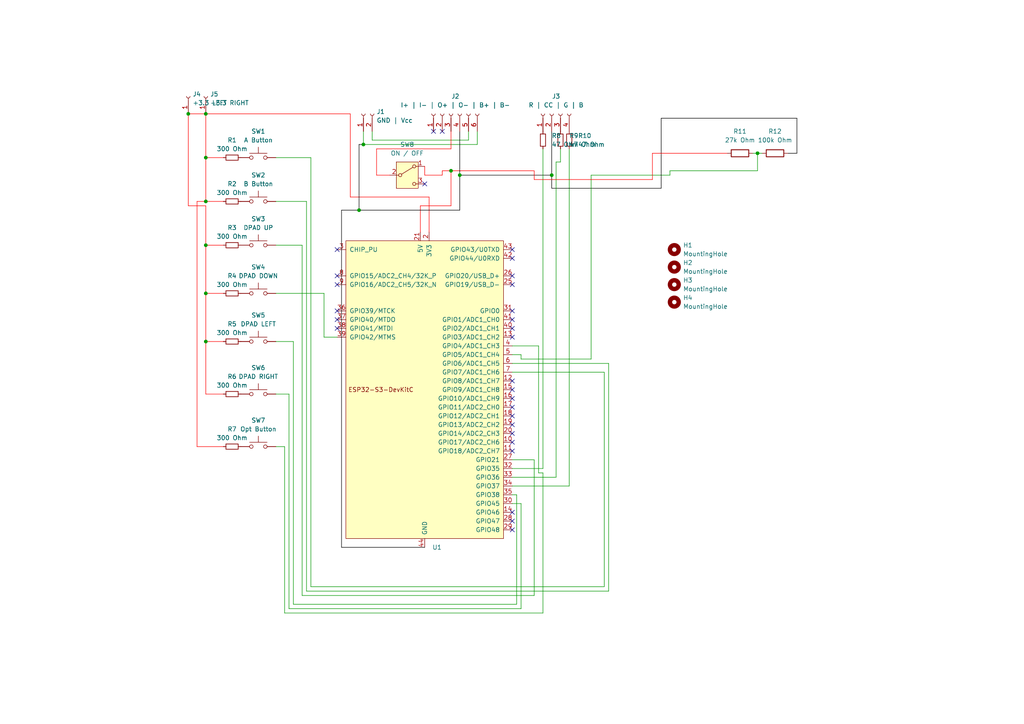
<source format=kicad_sch>
(kicad_sch (version 20230121) (generator eeschema)
  (paper "A4")
  (lib_symbols
    (symbol "Connector:Conn_01x01_Socket" (pin_names (offset 1.016) hide)
      (property "Reference" "J" (at 0 2.54 0))
      (property "Value" "Conn_01x01_Socket" (at 0 -2.54 0))
      (symbol "Conn_01x01_Socket_1_1"
        (polyline (pts (xy -1.27 0) (xy -0.508 0)) (stroke (width 0.1524)))
        (arc (start 0 0.508) (mid -0.5058 0) (end 0 -0.508) (stroke (width 0.1524)))
        (pin passive line (at -5.08 0 0) (length 3.81) (name "Pin_1") (number "1"))
      )
    )
    (symbol "Connector:Conn_01x02_Socket" (pin_names (offset 1.016) hide)
      (property "Reference" "J" (at 0 2.54 0))
      (property "Value" "Conn_01x02_Socket" (at 0 -5.08 0))
      (symbol "Conn_01x02_Socket_1_1"
        (arc (start 0 -2.032) (mid -0.5058 -2.54) (end 0 -3.048) (stroke (width 0.1524)))
        (polyline (pts (xy -1.27 -2.54) (xy -0.508 -2.54)) (stroke (width 0.1524)))
        (polyline (pts (xy -1.27 0) (xy -0.508 0)) (stroke (width 0.1524)))
        (arc (start 0 0.508) (mid -0.5058 0) (end 0 -0.508) (stroke (width 0.1524)))
        (pin passive line (at -5.08 0 0) (length 3.81) (name "Pin_1") (number "1"))
        (pin passive line (at -5.08 -2.54 0) (length 3.81) (name "Pin_2") (number "2"))
      )
    )
    (symbol "Connector:Conn_01x04_Socket" (pin_names (offset 1.016) hide)
      (property "Reference" "J" (at 0 5.08 0))
      (property "Value" "Conn_01x04_Socket" (at 0 -7.62 0))
      (symbol "Conn_01x04_Socket_1_1"
        (arc (start 0 -4.572) (mid -0.5058 -5.08) (end 0 -5.588) (stroke (width 0.1524)))
        (arc (start 0 -2.032) (mid -0.5058 -2.54) (end 0 -3.048) (stroke (width 0.1524)))
        (polyline (pts (xy -1.27 -5.08) (xy -0.508 -5.08)) (stroke (width 0.1524)))
        (polyline (pts (xy -1.27 -2.54) (xy -0.508 -2.54)) (stroke (width 0.1524)))
        (polyline (pts (xy -1.27 0) (xy -0.508 0)) (stroke (width 0.1524)))
        (polyline (pts (xy -1.27 2.54) (xy -0.508 2.54)) (stroke (width 0.1524)))
        (arc (start 0 0.508) (mid -0.5058 0) (end 0 -0.508) (stroke (width 0.1524)))
        (arc (start 0 3.048) (mid -0.5058 2.54) (end 0 2.032) (stroke (width 0.1524)))
        (pin passive line (at -5.08 2.54 0) (length 3.81) (name "Pin_1") (number "1"))
        (pin passive line (at -5.08 0 0) (length 3.81) (name "Pin_2") (number "2"))
        (pin passive line (at -5.08 -2.54 0) (length 3.81) (name "Pin_3") (number "3"))
        (pin passive line (at -5.08 -5.08 0) (length 3.81) (name "Pin_4") (number "4"))
      )
    )
    (symbol "Connector:Conn_01x06_Socket" (pin_names (offset 1.016) hide)
      (property "Reference" "J" (at 0 7.62 0))
      (property "Value" "Conn_01x06_Socket" (at 0 -10.16 0))
      (symbol "Conn_01x06_Socket_1_1"
        (arc (start 0 -7.112) (mid -0.5058 -7.62) (end 0 -8.128) (stroke (width 0.1524)))
        (arc (start 0 -4.572) (mid -0.5058 -5.08) (end 0 -5.588) (stroke (width 0.1524)))
        (arc (start 0 -2.032) (mid -0.5058 -2.54) (end 0 -3.048) (stroke (width 0.1524)))
        (polyline (pts (xy -1.27 -7.62) (xy -0.508 -7.62)) (stroke (width 0.1524)))
        (polyline (pts (xy -1.27 -5.08) (xy -0.508 -5.08)) (stroke (width 0.1524)))
        (polyline (pts (xy -1.27 -2.54) (xy -0.508 -2.54)) (stroke (width 0.1524)))
        (polyline (pts (xy -1.27 0) (xy -0.508 0)) (stroke (width 0.1524)))
        (polyline (pts (xy -1.27 2.54) (xy -0.508 2.54)) (stroke (width 0.1524)))
        (polyline (pts (xy -1.27 5.08) (xy -0.508 5.08)) (stroke (width 0.1524)))
        (arc (start 0 0.508) (mid -0.5058 0) (end 0 -0.508) (stroke (width 0.1524)))
        (arc (start 0 3.048) (mid -0.5058 2.54) (end 0 2.032) (stroke (width 0.1524)))
        (arc (start 0 5.588) (mid -0.5058 5.08) (end 0 4.572) (stroke (width 0.1524)))
        (pin passive line (at -5.08 5.08 0) (length 3.81) (name "Pin_1") (number "1"))
        (pin passive line (at -5.08 2.54 0) (length 3.81) (name "Pin_2") (number "2"))
        (pin passive line (at -5.08 0 0) (length 3.81) (name "Pin_3") (number "3"))
        (pin passive line (at -5.08 -2.54 0) (length 3.81) (name "Pin_4") (number "4"))
        (pin passive line (at -5.08 -5.08 0) (length 3.81) (name "Pin_5") (number "5"))
        (pin passive line (at -5.08 -7.62 0) (length 3.81) (name "Pin_6") (number "6"))
      )
    )
    (symbol "Device:R" (pin_numbers hide) (pin_names (offset 0))
      (property "Reference" "R" (at 2.032 0 90))
      (property "Value" "R" (at 0 0 90))
      (symbol "R_0_1"
        (rectangle (start -1.016 -2.54) (end 1.016 2.54) (stroke (width 0.254)))
      )
      (symbol "R_1_1"
        (pin passive line (at 0 3.81 270) (length 1.27) (name "~") (number "1"))
        (pin passive line (at 0 -3.81 90) (length 1.27) (name "~") (number "2"))
      )
    )
    (symbol "Device:R_Small" (pin_numbers hide) (pin_names (offset 0.254) hide)
      (property "Reference" "R" (at 0.762 0.508 0))
      (property "Value" "R_Small" (at 0.762 -1.016 0))
      (symbol "R_Small_0_1"
        (rectangle (start -0.762 1.778) (end 0.762 -1.778) (stroke (width 0.2032)))
      )
      (symbol "R_Small_1_1"
        (pin passive line (at 0 2.54 270) (length 0.762) (name "~") (number "1"))
        (pin passive line (at 0 -2.54 90) (length 0.762) (name "~") (number "2"))
      )
    )
    (symbol "Mechanical:MountingHole" (pin_names (offset 1.016))
      (property "Reference" "H" (at 0 5.08 0))
      (property "Value" "MountingHole" (at 0 3.175 0))
      (symbol "MountingHole_0_1"
        (circle (center 0 0) (radius 1.27) (stroke (width 1.27)))
      )
    )
    (symbol "PCM_Espressif:ESP32-S3-DevKitC" (pin_names (offset 1.016))
      (property "Reference" "U" (at -22.86 48.26 0))
      (property "Value" "ESP32-S3-DevKitC" (at -22.86 45.72 0))
      (symbol "ESP32-S3-DevKitC_0_0"
        (text "ESP32-S3-DevKitC" (at -12.7 0 0) (effects (font (size 1.27 1.27))))
        (pin bidirectional line (at 25.4 -35.56 180) (length 2.54) (name "GPIO46") (number "14"))
        (pin bidirectional line (at 25.4 -10.16 180) (length 2.54) (name "GPIO13/ADC2_CH2") (number "19"))
        (pin bidirectional line (at -25.4 15.24 0) (length 2.54) (name "GPIO42/MTMS") (number "39"))
        (pin bidirectional line (at 25.4 17.78 180) (length 2.54) (name "GPIO2/ADC1_CH1") (number "40"))
        (pin bidirectional line (at 25.4 20.32 180) (length 2.54) (name "GPIO1/ADC1_CH0") (number "41"))
        (pin bidirectional line (at 25.4 38.1 180) (length 2.54) (name "GPIO44/U0RXD") (number "42"))
        (pin bidirectional line (at 25.4 40.64 180) (length 2.54) (name "GPIO43/U0TXD") (number "43"))
        (pin power_in line (at 0 -45.72 90) (length 2.54) (name "GND") (number "44"))
      )
      (symbol "ESP32-S3-DevKitC_0_1"
        (rectangle (start -22.86 43.18) (end 22.86 -43.18) (fill (type background)))
        (pin power_in line (at 1.27 45.72 270) (length 2.54) (name "3V3") (number "2"))
      )
      (symbol "ESP32-S3-DevKitC_1_1"
        (pin passive line (at 1.27 45.72 270) (length 2.54) hide (name "3V3") (number "1"))
        (pin bidirectional line (at 25.4 -15.24 180) (length 2.54) (name "GPIO17/ADC2_CH6") (number "10"))
        (pin bidirectional line (at 25.4 -17.78 180) (length 2.54) (name "GPIO18/ADC2_CH7") (number "11"))
        (pin bidirectional line (at 25.4 2.54 180) (length 2.54) (name "GPIO8/ADC1_CH7") (number "12"))
        (pin bidirectional line (at 25.4 15.24 180) (length 2.54) (name "GPIO3/ADC1_CH2") (number "13"))
        (pin bidirectional line (at 25.4 0 180) (length 2.54) (name "GPIO9/ADC1_CH8") (number "15"))
        (pin bidirectional line (at 25.4 -2.54 180) (length 2.54) (name "GPIO10/ADC1_CH9") (number "16"))
        (pin bidirectional line (at 25.4 -5.08 180) (length 2.54) (name "GPIO11/ADC2_CH0") (number "17"))
        (pin bidirectional line (at 25.4 -7.62 180) (length 2.54) (name "GPIO12/ADC2_CH1") (number "18"))
        (pin bidirectional line (at 25.4 -12.7 180) (length 2.54) (name "GPIO14/ADC2_CH3") (number "20"))
        (pin power_in line (at -1.27 45.72 270) (length 2.54) (name "5V") (number "21"))
        (pin passive line (at 0 -45.72 90) (length 2.54) hide (name "GND") (number "22"))
        (pin passive line (at 0 -45.72 90) (length 2.54) hide (name "GND") (number "23"))
        (pin passive line (at 0 -45.72 90) (length 2.54) hide (name "GND") (number "24"))
        (pin bidirectional line (at 25.4 30.48 180) (length 2.54) (name "GPIO19/USB_D-") (number "25"))
        (pin bidirectional line (at 25.4 33.02 180) (length 2.54) (name "GPIO20/USB_D+") (number "26"))
        (pin bidirectional line (at 25.4 -20.32 180) (length 2.54) (name "GPIO21") (number "27"))
        (pin bidirectional line (at 25.4 -38.1 180) (length 2.54) (name "GPIO47") (number "28"))
        (pin bidirectional line (at 25.4 -40.64 180) (length 2.54) (name "GPIO48") (number "29"))
        (pin input line (at -25.4 40.64 0) (length 2.54) (name "CHIP_PU") (number "3"))
        (pin bidirectional line (at 25.4 -33.02 180) (length 2.54) (name "GPIO45") (number "30"))
        (pin bidirectional line (at 25.4 22.86 180) (length 2.54) (name "GPIO0") (number "31"))
        (pin bidirectional line (at 25.4 -22.86 180) (length 2.54) (name "GPIO35") (number "32"))
        (pin bidirectional line (at 25.4 -25.4 180) (length 2.54) (name "GPIO36") (number "33"))
        (pin bidirectional line (at 25.4 -27.94 180) (length 2.54) (name "GPIO37") (number "34"))
        (pin bidirectional line (at 25.4 -30.48 180) (length 2.54) (name "GPIO38") (number "35"))
        (pin bidirectional line (at -25.4 22.86 0) (length 2.54) (name "GPIO39/MTCK") (number "36"))
        (pin bidirectional line (at -25.4 20.32 0) (length 2.54) (name "GPIO40/MTDO") (number "37"))
        (pin bidirectional line (at -25.4 17.78 0) (length 2.54) (name "GPIO41/MTDI") (number "38"))
        (pin bidirectional line (at 25.4 12.7 180) (length 2.54) (name "GPIO4/ADC1_CH3") (number "4"))
        (pin bidirectional line (at 25.4 10.16 180) (length 2.54) (name "GPIO5/ADC1_CH4") (number "5"))
        (pin bidirectional line (at 25.4 7.62 180) (length 2.54) (name "GPIO6/ADC1_CH5") (number "6"))
        (pin bidirectional line (at 25.4 5.08 180) (length 2.54) (name "GPIO7/ADC1_CH6") (number "7"))
        (pin bidirectional line (at -25.4 33.02 0) (length 2.54) (name "GPIO15/ADC2_CH4/32K_P") (number "8"))
        (pin bidirectional line (at -25.4 30.48 0) (length 2.54) (name "GPIO16/ADC2_CH5/32K_N") (number "9"))
      )
    )
    (symbol "Switch:SW_Push" (pin_numbers hide) (pin_names (offset 1.016) hide)
      (property "Reference" "SW" (at 1.27 2.54 0))
      (property "Value" "SW_Push" (at 0 -1.524 0))
      (symbol "SW_Push_0_1"
        (circle (center -2.032 0) (radius 0.508))
        (polyline (pts (xy 0 1.27) (xy 0 3.048)))
        (polyline (pts (xy 2.54 1.27) (xy -2.54 1.27)))
        (circle (center 2.032 0) (radius 0.508))
        (pin passive line (at -5.08 0 0) (length 2.54) (name "1") (number "1"))
        (pin passive line (at 5.08 0 180) (length 2.54) (name "2") (number "2"))
      )
    )
    (symbol "Switch:SW_SPDT" (pin_names (offset 0) hide)
      (property "Reference" "SW" (at 0 5.08 0))
      (property "Value" "SW_SPDT" (at 0 -5.08 0))
      (symbol "SW_SPDT_0_1"
        (circle (center -2.032 0) (radius 0.4572))
        (polyline (pts (xy -1.651 0.254) (xy 1.651 2.286)))
        (circle (center 2.032 -2.54) (radius 0.4572))
        (circle (center 2.032 2.54) (radius 0.4572))
      )
      (symbol "SW_SPDT_1_1"
        (rectangle (start -3.175 3.81) (end 3.175 -3.81) (fill (type background)))
        (pin passive line (at 5.08 2.54 180) (length 2.54) (name "A") (number "1"))
        (pin passive line (at -5.08 0 0) (length 2.54) (name "B") (number "2"))
        (pin passive line (at 5.08 -2.54 180) (length 2.54) (name "C") (number "3"))
      )
    )
  )
  (junction (at 130.81 49.53))
  (junction (at 59.69 85.09))
  (junction (at 59.69 71.12))
  (junction (at 59.69 58.42))
  (junction (at 104.14 60.96))
  (junction (at 59.69 45.72))
  (junction (at 54.61 33.02))
  (junction (at 59.69 99.06))
  (junction (at 160.02 50.8))
  (junction (at 133.35 50.8))
  (junction (at 105.41 41.91))
  (junction (at 59.69 33.02))
  (junction (at 219.71 44.45))
  (no_connect (at 148.59 153.67))
  (no_connect (at 148.59 113.03))
  (no_connect (at 125.73 38.1))
  (no_connect (at 97.79 90.17))
  (no_connect (at 148.59 123.19))
  (no_connect (at 148.59 74.93))
  (no_connect (at 148.59 110.49))
  (no_connect (at 148.59 118.11))
  (no_connect (at 148.59 130.81))
  (no_connect (at 97.79 95.25))
  (no_connect (at 148.59 97.79))
  (no_connect (at 148.59 90.17))
  (no_connect (at 97.79 82.55))
  (no_connect (at 148.59 151.13))
  (no_connect (at 148.59 128.27))
  (no_connect (at 148.59 125.73))
  (no_connect (at 148.59 95.25))
  (no_connect (at 148.59 148.59))
  (no_connect (at 97.79 92.71))
  (no_connect (at 148.59 92.71))
  (no_connect (at 148.59 115.57))
  (no_connect (at 123.19 53.34))
  (no_connect (at 97.79 72.39))
  (no_connect (at 97.79 80.01))
  (no_connect (at 128.27 38.1))
  (no_connect (at 148.59 82.55))
  (no_connect (at 148.59 72.39))
  (no_connect (at 148.59 120.65))
  (no_connect (at 148.59 80.01))
  (wire (pts (xy 82.55 129.54) (xy 80.01 129.54)))
  (wire (pts (xy 194.31 50.8) (xy 194.31 49.53)))
  (wire (pts (xy 148.59 138.43) (xy 161.29 138.43)))
  (wire (pts (xy 191.77 34.29) (xy 231.14 34.29)) (stroke (width 0) (color 0 0 0 1)))
  (wire (pts (xy 161.29 46.99) (xy 161.29 138.43)))
  (wire (pts (xy 59.69 114.3) (xy 64.77 114.3)) (stroke (width 0) (color 255 0 0 1)))
  (wire (pts (xy 148.59 107.95) (xy 175.26 107.95)))
  (wire (pts (xy 87.63 71.12) (xy 87.63 172.72)))
  (wire (pts (xy 219.71 49.53) (xy 219.71 44.45)))
  (wire (pts (xy 219.71 44.45) (xy 218.44 44.45)))
  (wire (pts (xy 59.69 45.72) (xy 64.77 45.72)) (stroke (width 0) (color 255 0 0 1)))
  (wire (pts (xy 154.94 172.72) (xy 87.63 172.72)))
  (wire (pts (xy 123.19 158.75) (xy 99.06 158.75)) (stroke (width 0) (color 0 0 0 1)))
  (wire (pts (xy 107.95 40.64) (xy 135.89 40.64)))
  (wire (pts (xy 128.27 49.53) (xy 128.27 50.8)) (stroke (width 0) (color 255 0 0 1)))
  (wire (pts (xy 59.69 71.12) (xy 59.69 85.09)) (stroke (width 0) (color 255 0 0 1)))
  (wire (pts (xy 151.13 104.14) (xy 171.45 104.14)))
  (wire (pts (xy 191.77 54.61) (xy 191.77 34.29)) (stroke (width 0) (color 0 0 0 1)))
  (wire (pts (xy 138.43 41.91) (xy 138.43 38.1)))
  (wire (pts (xy 85.09 99.06) (xy 85.09 175.26)))
  (wire (pts (xy 175.26 170.18) (xy 90.17 170.18)))
  (wire (pts (xy 59.69 58.42) (xy 64.77 58.42)) (stroke (width 0) (color 255 0 0 1)))
  (wire (pts (xy 59.69 71.12) (xy 64.77 71.12)) (stroke (width 0) (color 255 0 0 1)))
  (wire (pts (xy 148.59 133.35) (xy 154.94 133.35)))
  (wire (pts (xy 104.14 60.96) (xy 104.14 41.91)) (stroke (width 0) (color 0 0 0 1)))
  (wire (pts (xy 83.82 114.3) (xy 80.01 114.3)))
  (wire (pts (xy 121.92 59.69) (xy 121.92 67.31)) (stroke (width 0) (color 255 0 0 1)))
  (wire (pts (xy 176.53 105.41) (xy 176.53 171.45)))
  (wire (pts (xy 105.41 38.1) (xy 105.41 41.91)))
  (wire (pts (xy 107.95 38.1) (xy 107.95 40.64)))
  (wire (pts (xy 165.1 43.18) (xy 165.1 140.97)))
  (wire (pts (xy 130.81 49.53) (xy 130.81 59.69)) (stroke (width 0) (color 255 0 0 1)))
  (wire (pts (xy 87.63 71.12) (xy 80.01 71.12)))
  (wire (pts (xy 133.35 50.8) (xy 133.35 38.1)) (stroke (width 0) (color 0 0 0 1)))
  (wire (pts (xy 148.59 140.97) (xy 165.1 140.97)))
  (wire (pts (xy 109.22 50.8) (xy 109.22 43.18)) (stroke (width 0) (color 255 0 0 1)))
  (wire (pts (xy 59.69 33.02) (xy 101.6 33.02)) (stroke (width 0) (color 255 0 0 1)))
  (wire (pts (xy 171.45 50.8) (xy 171.45 104.14)))
  (wire (pts (xy 157.48 135.89) (xy 157.48 43.18)))
  (wire (pts (xy 59.69 45.72) (xy 59.69 58.42)) (stroke (width 0) (color 255 0 0 1)))
  (wire (pts (xy 156.21 100.33) (xy 148.59 100.33)))
  (wire (pts (xy 135.89 38.1) (xy 135.89 40.64)))
  (wire (pts (xy 189.23 52.07) (xy 189.23 44.45)) (stroke (width 0) (color 255 0 0 1)))
  (wire (pts (xy 113.03 50.8) (xy 109.22 50.8)) (stroke (width 0) (color 255 0 0 1)))
  (wire (pts (xy 99.06 158.75) (xy 99.06 60.96)) (stroke (width 0) (color 0 0 0 1)))
  (wire (pts (xy 54.61 33.02) (xy 59.69 33.02)) (stroke (width 0) (color 255 0 0 1)))
  (wire (pts (xy 149.86 143.51) (xy 148.59 143.51)))
  (wire (pts (xy 160.02 38.1) (xy 160.02 50.8)) (stroke (width 0) (color 0 0 0 1)))
  (wire (pts (xy 157.48 137.16) (xy 156.21 137.16)))
  (wire (pts (xy 80.01 85.09) (xy 93.98 85.09)))
  (wire (pts (xy 83.82 176.53) (xy 151.13 176.53)))
  (wire (pts (xy 130.81 59.69) (xy 121.92 59.69)) (stroke (width 0) (color 255 0 0 1)))
  (wire (pts (xy 59.69 71.12) (xy 59.69 59.69)) (stroke (width 0) (color 255 0 0 1)))
  (wire (pts (xy 59.69 99.06) (xy 59.69 114.3)) (stroke (width 0) (color 255 0 0 1)))
  (wire (pts (xy 151.13 102.87) (xy 151.13 104.14)))
  (wire (pts (xy 85.09 99.06) (xy 80.01 99.06)))
  (wire (pts (xy 54.61 59.69) (xy 54.61 33.02)) (stroke (width 0) (color 255 0 0 1)))
  (wire (pts (xy 151.13 176.53) (xy 151.13 146.05)))
  (wire (pts (xy 189.23 44.45) (xy 210.82 44.45)) (stroke (width 0) (color 255 0 0 1)))
  (wire (pts (xy 160.02 50.8) (xy 160.02 54.61)) (stroke (width 0) (color 0 0 0 1)))
  (wire (pts (xy 59.69 33.02) (xy 59.69 45.72)) (stroke (width 0) (color 255 0 0 1)))
  (wire (pts (xy 57.15 129.54) (xy 57.15 58.42)) (stroke (width 0) (color 255 0 0 1)))
  (wire (pts (xy 101.6 57.15) (xy 124.46 57.15)) (stroke (width 0) (color 255 0 0 1)))
  (wire (pts (xy 175.26 107.95) (xy 175.26 170.18)))
  (wire (pts (xy 160.02 54.61) (xy 191.77 54.61)) (stroke (width 0) (color 0 0 0 1)))
  (wire (pts (xy 88.9 58.42) (xy 88.9 171.45)))
  (wire (pts (xy 83.82 114.3) (xy 83.82 176.53)))
  (wire (pts (xy 105.41 41.91) (xy 138.43 41.91)))
  (wire (pts (xy 109.22 43.18) (xy 130.81 43.18)) (stroke (width 0) (color 255 0 0 1)))
  (wire (pts (xy 104.14 41.91) (xy 105.41 41.91)) (stroke (width 0) (color 0 0 0 1)))
  (wire (pts (xy 171.45 50.8) (xy 194.31 50.8)))
  (wire (pts (xy 93.98 97.79) (xy 97.79 97.79)))
  (wire (pts (xy 130.81 49.53) (xy 128.27 49.53)) (stroke (width 0) (color 255 0 0 1)))
  (wire (pts (xy 148.59 102.87) (xy 151.13 102.87)))
  (wire (pts (xy 57.15 129.54) (xy 64.77 129.54)) (stroke (width 0) (color 255 0 0 1)))
  (wire (pts (xy 99.06 60.96) (xy 104.14 60.96)) (stroke (width 0) (color 0 0 0 1)))
  (wire (pts (xy 130.81 49.53) (xy 154.94 49.53)) (stroke (width 0) (color 255 0 0 1)))
  (wire (pts (xy 194.31 49.53) (xy 219.71 49.53)))
  (wire (pts (xy 133.35 60.96) (xy 133.35 50.8)) (stroke (width 0) (color 0 0 0 1)))
  (wire (pts (xy 104.14 60.96) (xy 133.35 60.96)) (stroke (width 0) (color 0 0 0 1)))
  (wire (pts (xy 101.6 33.02) (xy 101.6 57.15)) (stroke (width 0) (color 255 0 0 1)))
  (wire (pts (xy 154.94 133.35) (xy 154.94 172.72)))
  (wire (pts (xy 90.17 45.72) (xy 90.17 170.18)))
  (wire (pts (xy 148.59 135.89) (xy 157.48 135.89)))
  (wire (pts (xy 59.69 59.69) (xy 54.61 59.69)) (stroke (width 0) (color 255 0 0 1)))
  (wire (pts (xy 93.98 85.09) (xy 93.98 97.79)))
  (wire (pts (xy 231.14 34.29) (xy 231.14 44.45)) (stroke (width 0) (color 0 0 0 1)))
  (wire (pts (xy 57.15 58.42) (xy 59.69 58.42)) (stroke (width 0) (color 255 0 0 1)))
  (wire (pts (xy 148.59 105.41) (xy 176.53 105.41)))
  (wire (pts (xy 90.17 45.72) (xy 80.01 45.72)))
  (wire (pts (xy 220.98 44.45) (xy 219.71 44.45)))
  (wire (pts (xy 123.19 48.26) (xy 123.19 50.8)) (stroke (width 0) (color 255 0 0 1)))
  (wire (pts (xy 88.9 171.45) (xy 176.53 171.45)))
  (wire (pts (xy 231.14 44.45) (xy 228.6 44.45)) (stroke (width 0) (color 0 0 0 1)))
  (wire (pts (xy 154.94 52.07) (xy 189.23 52.07)) (stroke (width 0) (color 255 0 0 1)))
  (wire (pts (xy 59.69 85.09) (xy 59.69 99.06)) (stroke (width 0) (color 255 0 0 1)))
  (wire (pts (xy 124.46 57.15) (xy 124.46 67.31)) (stroke (width 0) (color 255 0 0 1)))
  (wire (pts (xy 130.81 43.18) (xy 130.81 38.1)) (stroke (width 0) (color 255 0 0 1)))
  (wire (pts (xy 162.56 46.99) (xy 162.56 43.18)))
  (wire (pts (xy 154.94 49.53) (xy 154.94 52.07)) (stroke (width 0) (color 255 0 0 1)))
  (wire (pts (xy 149.86 175.26) (xy 149.86 143.51)))
  (wire (pts (xy 133.35 50.8) (xy 160.02 50.8)) (stroke (width 0) (color 0 0 0 1)))
  (wire (pts (xy 157.48 177.8) (xy 157.48 137.16)))
  (wire (pts (xy 59.69 99.06) (xy 64.77 99.06)) (stroke (width 0) (color 255 0 0 1)))
  (wire (pts (xy 161.29 46.99) (xy 162.56 46.99)))
  (wire (pts (xy 156.21 137.16) (xy 156.21 100.33)))
  (wire (pts (xy 151.13 146.05) (xy 148.59 146.05)))
  (wire (pts (xy 88.9 58.42) (xy 80.01 58.42)))
  (wire (pts (xy 128.27 50.8) (xy 123.19 50.8)) (stroke (width 0) (color 255 0 0 1)))
  (wire (pts (xy 157.48 177.8) (xy 82.55 177.8)))
  (wire (pts (xy 85.09 175.26) (xy 149.86 175.26)))
  (wire (pts (xy 82.55 129.54) (xy 82.55 177.8)))
  (wire (pts (xy 59.69 85.09) (xy 64.77 85.09)) (stroke (width 0) (color 255 0 0 1)))
  (symbol (lib_id "Device:R_Small") (at 67.31 99.06 90) (unit 1)
    (property "Reference" "R5" (at 67.31 93.98 90))
    (property "Value" "300 Ohm" (at 67.31 96.52 90))
    (property "Footprint" "Resistor_THT:R_Axial_DIN0207_L6.3mm_D2.5mm_P10.16mm_Horizontal" (effects hide))
  )
  (symbol (lib_id "Device:R_Small") (at 67.31 58.42 90) (unit 1)
    (property "Reference" "R2" (at 67.31 53.34 90))
    (property "Value" "300 Ohm" (at 67.31 55.88 90))
    (property "Footprint" "Resistor_THT:R_Axial_DIN0207_L6.3mm_D2.5mm_P10.16mm_Horizontal" (effects hide))
  )
  (symbol (lib_id "Switch:SW_Push") (at 74.93 114.3 0) (unit 1)
    (property "Reference" "SW6" (at 74.93 106.68 0))
    (property "Value" "DPAD RIGHT" (at 74.93 109.22 0))
    (property "Footprint" "Button_Switch_THT:SW_PUSH_6mm" (effects hide))
  )
  (symbol (lib_id "Connector:Conn_01x02_Socket") (at 105.41 33.02 90) (unit 1)
    (property "Reference" "J1" (at 109.22 32.385 90) (effects (justify right)))
    (property "Value" "GND | Vcc" (at 109.22 34.925 90) (effects (justify right)))
    (property "Footprint" "Connector_Wire:SolderWire-1.5sqmm_1x02_P7.8mm_D1.7mm_OD3.9mm" (effects hide))
  )
  (symbol (lib_id "Connector:Conn_01x04_Socket") (at 160.02 33.02 90) (unit 1)
    (property "Reference" "J3" (at 161.29 27.94 90))
    (property "Value" "R | CC | G | B" (at 161.29 30.48 90))
    (property "Footprint" "LED_THT:LED_D5.0mm-4_RGB" (effects hide))
  )
  (symbol (lib_id "Switch:SW_Push") (at 74.93 129.54 0) (unit 1)
    (property "Reference" "SW7" (at 74.93 121.92 0))
    (property "Value" "Opt Button" (at 74.93 124.46 0))
    (property "Footprint" "Button_Switch_THT:SW_PUSH_6mm" (effects hide))
  )
  (symbol (lib_id "Device:R_Small") (at 162.56 40.64 180) (unit 1)
    (property "Reference" "R9" (at 165.1 39.37 0) (effects (justify right)))
    (property "Value" "47 Ohm" (at 165.1 41.91 0) (effects (justify right)))
    (property "Footprint" "Resistor_THT:R_Axial_DIN0207_L6.3mm_D2.5mm_P10.16mm_Horizontal" (effects hide))
  )
  (symbol (lib_id "Device:R_Small") (at 67.31 85.09 90) (unit 1)
    (property "Reference" "R4" (at 67.31 80.01 90))
    (property "Value" "300 Ohm" (at 67.31 82.55 90))
    (property "Footprint" "Resistor_THT:R_Axial_DIN0207_L6.3mm_D2.5mm_P10.16mm_Horizontal" (effects hide))
  )
  (symbol (lib_id "Device:R_Small") (at 67.31 71.12 90) (unit 1)
    (property "Reference" "R3" (at 67.31 66.04 90))
    (property "Value" "300 Ohm" (at 67.31 68.58 90))
    (property "Footprint" "Resistor_THT:R_Axial_DIN0207_L6.3mm_D2.5mm_P10.16mm_Horizontal" (effects hide))
  )
  (symbol (lib_id "Switch:SW_Push") (at 74.93 71.12 0) (unit 1)
    (property "Reference" "SW3" (at 74.93 63.5 0))
    (property "Value" "DPAD UP" (at 74.93 66.04 0))
    (property "Footprint" "Button_Switch_THT:SW_PUSH_6mm" (effects hide))
  )
  (symbol (lib_id "PCM_Espressif:ESP32-S3-DevKitC") (at 123.19 113.03 0) (unit 1)
    (property "Reference" "U1" (at 125.3841 158.75 0) (effects (justify left)))
    (property "Value" "ESP32" (effects hide))
    (property "Footprint" "PCM_Espressif:ESP32S3_Dev_Module" (effects hide))
  )
  (symbol (lib_id "Mechanical:MountingHole") (at 195.58 87.63 0) (unit 1)
    (property "Reference" "H4" (at 198.12 86.36 0) (effects (justify left)))
    (property "Value" "MountingHole" (at 198.12 88.9 0) (effects (justify left)))
    (property "Footprint" "MountingHole:MountingHole_2.5mm_Pad" (effects hide))
  )
  (symbol (lib_id "Device:R") (at 224.79 44.45 90) (unit 1)
    (property "Reference" "R12" (at 224.79 38.1 90))
    (property "Value" "100k Ohm" (at 224.79 40.64 90))
    (property "Footprint" "Resistor_THT:R_Axial_DIN0207_L6.3mm_D2.5mm_P10.16mm_Horizontal" (effects hide))
  )
  (symbol (lib_id "Switch:SW_Push") (at 74.93 58.42 0) (unit 1)
    (property "Reference" "SW2" (at 74.93 50.8 0))
    (property "Value" "B Button" (at 74.93 53.34 0))
    (property "Footprint" "Button_Switch_THT:SW_PUSH_6mm" (effects hide))
  )
  (symbol (lib_id "Switch:SW_Push") (at 74.93 85.09 0) (unit 1)
    (property "Reference" "SW4" (at 74.93 77.47 0))
    (property "Value" "DPAD DOWN" (at 74.93 80.01 0))
    (property "Footprint" "Button_Switch_THT:SW_PUSH_6mm" (effects hide))
  )
  (symbol (lib_id "Switch:SW_Push") (at 74.93 99.06 0) (unit 1)
    (property "Reference" "SW5" (at 74.93 91.44 0))
    (property "Value" "DPAD LEFT" (at 74.93 93.98 0))
    (property "Footprint" "Button_Switch_THT:SW_PUSH_6mm" (effects hide))
  )
  (symbol (lib_id "Mechanical:MountingHole") (at 195.58 72.39 0) (unit 1)
    (property "Reference" "H1" (at 198.12 71.12 0) (effects (justify left)))
    (property "Value" "MountingHole" (at 198.12 73.66 0) (effects (justify left)))
    (property "Footprint" "MountingHole:MountingHole_2.5mm_Pad" (effects hide))
  )
  (symbol (lib_id "Connector:Conn_01x01_Socket") (at 59.69 27.94 90) (unit 1)
    (property "Reference" "J5" (at 60.96 27.305 90) (effects (justify right)))
    (property "Value" "+3.3 RIGHT" (at 60.96 29.845 90) (effects (justify right)))
    (property "Footprint" "MountingHole:MountingHole_2.5mm_Pad" (effects hide))
  )
  (symbol (lib_id "Device:R_Small") (at 165.1 40.64 180) (unit 1)
    (property "Reference" "R10" (at 167.64 39.37 0) (effects (justify right)))
    (property "Value" "47 Ohm" (at 167.64 41.91 0) (effects (justify right)))
    (property "Footprint" "Resistor_THT:R_Axial_DIN0207_L6.3mm_D2.5mm_P10.16mm_Horizontal" (effects hide))
  )
  (symbol (lib_id "Switch:SW_Push") (at 74.93 45.72 0) (unit 1)
    (property "Reference" "SW1" (at 74.93 38.1 0))
    (property "Value" "A Button" (at 74.93 40.64 0))
    (property "Footprint" "Button_Switch_THT:SW_PUSH_6mm" (effects hide))
  )
  (symbol (lib_id "Mechanical:MountingHole") (at 195.58 77.47 0) (unit 1)
    (property "Reference" "H2" (at 198.12 76.2 0) (effects (justify left)))
    (property "Value" "MountingHole" (at 198.12 78.74 0) (effects (justify left)))
    (property "Footprint" "MountingHole:MountingHole_2.5mm_Pad" (effects hide))
  )
  (symbol (lib_id "Device:R") (at 214.63 44.45 90) (unit 1)
    (property "Reference" "R11" (at 214.63 38.1 90))
    (property "Value" "27k Ohm" (at 214.63 40.64 90))
    (property "Footprint" "Resistor_THT:R_Axial_DIN0207_L6.3mm_D2.5mm_P10.16mm_Horizontal" (effects hide))
  )
  (symbol (lib_id "Device:R_Small") (at 157.48 40.64 180) (unit 1)
    (property "Reference" "R8" (at 160.02 39.37 0) (effects (justify right)))
    (property "Value" "47 Ohm" (at 160.02 41.91 0) (effects (justify right)))
    (property "Footprint" "Resistor_THT:R_Axial_DIN0207_L6.3mm_D2.5mm_P10.16mm_Horizontal" (effects hide))
  )
  (symbol (lib_id "Device:R_Small") (at 67.31 129.54 90) (unit 1)
    (property "Reference" "R7" (at 67.31 124.46 90))
    (property "Value" "300 Ohm" (at 67.31 127 90))
    (property "Footprint" "Resistor_THT:R_Axial_DIN0207_L6.3mm_D2.5mm_P10.16mm_Horizontal" (effects hide))
  )
  (symbol (lib_id "Device:R_Small") (at 67.31 45.72 90) (unit 1)
    (property "Reference" "R1" (at 67.31 40.64 90))
    (property "Value" "300 Ohm" (at 67.31 43.18 90))
    (property "Footprint" "Resistor_THT:R_Axial_DIN0207_L6.3mm_D2.5mm_P10.16mm_Horizontal" (effects hide))
  )
  (symbol (lib_id "Connector:Conn_01x01_Socket") (at 54.61 27.94 90) (unit 1)
    (property "Reference" "J4" (at 55.88 27.305 90) (effects (justify right)))
    (property "Value" "+3.3 LEFT" (at 55.88 29.845 90) (effects (justify right)))
    (property "Footprint" "MountingHole:MountingHole_2.5mm_Pad" (effects hide))
  )
  (symbol (lib_id "Switch:SW_SPDT") (at 118.11 50.8 0) (unit 1)
    (property "Reference" "SW8" (at 118.11 41.91 0))
    (property "Value" "ON / OFF" (at 118.11 44.45 0))
    (property "Footprint" "Connector_PinSocket_2.54mm:PinSocket_1x03_P2.54mm_Vertical" (effects hide))
  )
  (symbol (lib_id "Mechanical:MountingHole") (at 195.58 82.55 0) (unit 1)
    (property "Reference" "H3" (at 198.12 81.28 0) (effects (justify left)))
    (property "Value" "MountingHole" (at 198.12 83.82 0) (effects (justify left)))
    (property "Footprint" "MountingHole:MountingHole_2.5mm_Pad" (effects hide))
  )
  (symbol (lib_id "Connector:Conn_01x06_Socket") (at 130.81 33.02 90) (unit 1)
    (property "Reference" "J2" (at 132.08 27.94 90))
    (property "Value" "I+ | I- | O+ | O- | B+ | B-" (at 132.08 30.48 90))
    (property "Footprint" "TP4056:TP4056-Module" (effects hide))
  )
  (symbol (lib_id "Device:R_Small") (at 67.31 114.3 90) (unit 1)
    (property "Reference" "R6" (at 67.31 109.22 90))
    (property "Value" "300 Ohm" (at 67.31 111.76 90))
    (property "Footprint" "Resistor_THT:R_Axial_DIN0207_L6.3mm_D2.5mm_P10.16mm_Horizontal" (effects hide))
  )
)
</source>
